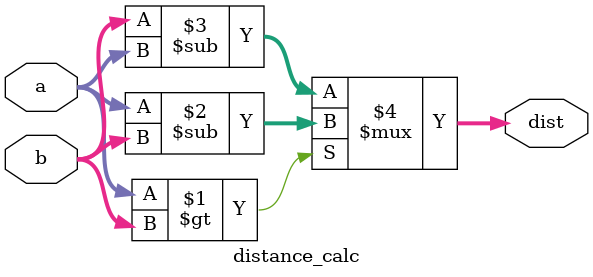
<source format=v>
module distance_calc (
    input  [7:0] a,
    input  [7:0] b,
    output [8:0] dist
);
    assign dist = (a > b) ? (a - b) : (b - a);
endmodule

</source>
